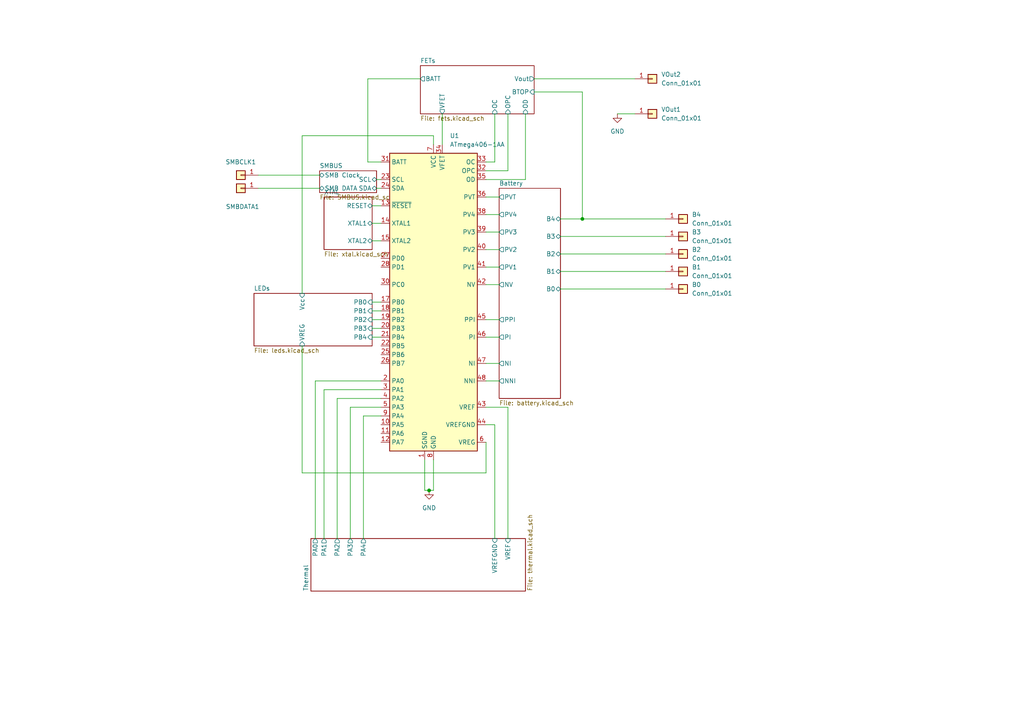
<source format=kicad_sch>
(kicad_sch (version 20231120) (generator "eeschema") (generator_version "8.0")
  (paper "A4")
  (lib_symbols
    (symbol "Connector_Generic:Conn_01x01" (pin_names (offset 1.016) hide)
      (property "Reference" "J" (at 0 2.54 0))
      (property "Value" "Conn_01x01" (at 0 -2.54 0))
      (symbol "Conn_01x01_1_1"
        (rectangle (start -1.27 0.127) (end 0 -0.127) (stroke (width 0.1524)))
        (rectangle (start -1.27 1.27) (end 1.27 -1.27) (stroke (width 0.254)) (fill (type background)))
        (pin passive line (at -5.08 0 0) (length 3.81) (name "Pin_1") (number "1"))
      )
    )
    (symbol "MCU_Microchip_ATmega:ATmega406-1AA"
      (property "Reference" "U" (at -12.7 44.45 0))
      (property "Value" "ATmega406-1AA" (at 2.54 -44.45 0))
      (symbol "ATmega406-1AA_1_1"
        (rectangle (start -12.7 43.18) (end 12.7 -43.18) (stroke (width 0.254)) (fill (type background)))
        (pin power_in line (at -2.54 -45.72 90) (length 2.54) (name "SGND") (number "1"))
        (pin bidirectional line (at -15.24 -35.56 0) (length 2.54) (name "PA5") (number "10"))
        (pin bidirectional line (at -15.24 -38.1 0) (length 2.54) (name "PA6") (number "11"))
        (pin bidirectional line (at -15.24 -40.64 0) (length 2.54) (name "PA7") (number "12"))
        (pin input line (at -15.24 27.94 0) (length 2.54) (name "~{RESET}") (number "13"))
        (pin input line (at -15.24 22.86 0) (length 2.54) (name "XTAL1") (number "14"))
        (pin output line (at -15.24 17.78 0) (length 2.54) (name "XTAL2") (number "15"))
        (pin passive line (at 0 -45.72 90) (length 2.54) hide (name "GND") (number "16"))
        (pin bidirectional line (at -15.24 0 0) (length 2.54) (name "PB0") (number "17"))
        (pin bidirectional line (at -15.24 -2.54 0) (length 2.54) (name "PB1") (number "18"))
        (pin bidirectional line (at -15.24 -5.08 0) (length 2.54) (name "PB2") (number "19"))
        (pin bidirectional line (at -15.24 -22.86 0) (length 2.54) (name "PA0") (number "2"))
        (pin bidirectional line (at -15.24 -7.62 0) (length 2.54) (name "PB3") (number "20"))
        (pin bidirectional line (at -15.24 -10.16 0) (length 2.54) (name "PB4") (number "21"))
        (pin bidirectional line (at -15.24 -12.7 0) (length 2.54) (name "PB5") (number "22"))
        (pin input line (at -15.24 35.56 0) (length 2.54) (name "SCL") (number "23"))
        (pin bidirectional line (at -15.24 33.02 0) (length 2.54) (name "SDA") (number "24"))
        (pin bidirectional line (at -15.24 -15.24 0) (length 2.54) (name "PB6") (number "25"))
        (pin bidirectional line (at -15.24 -17.78 0) (length 2.54) (name "PB7") (number "26"))
        (pin bidirectional line (at -15.24 12.7 0) (length 2.54) (name "PD0") (number "27"))
        (pin bidirectional line (at -15.24 10.16 0) (length 2.54) (name "PD1") (number "28"))
        (pin passive line (at 0 -45.72 90) (length 2.54) hide (name "GND") (number "29"))
        (pin bidirectional line (at -15.24 -25.4 0) (length 2.54) (name "PA1") (number "3"))
        (pin open_collector line (at -15.24 5.08 0) (length 2.54) (name "PC0") (number "30"))
        (pin input line (at -15.24 40.64 0) (length 2.54) (name "BATT") (number "31"))
        (pin output line (at 15.24 38.1 180) (length 2.54) (name "OPC") (number "32"))
        (pin output line (at 15.24 40.64 180) (length 2.54) (name "OC") (number "33"))
        (pin power_in line (at 2.54 45.72 270) (length 2.54) (name "VFET") (number "34"))
        (pin output line (at 15.24 35.56 180) (length 2.54) (name "OD") (number "35"))
        (pin input line (at 15.24 30.48 180) (length 2.54) (name "PVT") (number "36"))
        (pin passive line (at 0 -45.72 90) (length 2.54) hide (name "GND") (number "37"))
        (pin input line (at 15.24 25.4 180) (length 2.54) (name "PV4") (number "38"))
        (pin input line (at 15.24 20.32 180) (length 2.54) (name "PV3") (number "39"))
        (pin bidirectional line (at -15.24 -27.94 0) (length 2.54) (name "PA2") (number "4"))
        (pin input line (at 15.24 15.24 180) (length 2.54) (name "PV2") (number "40"))
        (pin input line (at 15.24 10.16 180) (length 2.54) (name "PV1") (number "41"))
        (pin input line (at 15.24 5.08 180) (length 2.54) (name "NV") (number "42"))
        (pin passive line (at 15.24 -30.48 180) (length 2.54) (name "VREF") (number "43"))
        (pin passive line (at 15.24 -35.56 180) (length 2.54) (name "VREFGND") (number "44"))
        (pin input line (at 15.24 -5.08 180) (length 2.54) (name "PPI") (number "45"))
        (pin input line (at 15.24 -10.16 180) (length 2.54) (name "PI") (number "46"))
        (pin input line (at 15.24 -17.78 180) (length 2.54) (name "NI") (number "47"))
        (pin input line (at 15.24 -22.86 180) (length 2.54) (name "NNI") (number "48"))
        (pin bidirectional line (at -15.24 -30.48 0) (length 2.54) (name "PA3") (number "5"))
        (pin power_out line (at 15.24 -40.64 180) (length 2.54) (name "VREG") (number "6"))
        (pin power_in line (at 0 45.72 270) (length 2.54) (name "VCC") (number "7"))
        (pin power_in line (at 0 -45.72 90) (length 2.54) (name "GND") (number "8"))
        (pin bidirectional line (at -15.24 -33.02 0) (length 2.54) (name "PA4") (number "9"))
      )
    )
    (symbol "power:GND" (power) (pin_names (offset 0))
      (property "Value" "GND" (at 0 -3.81 0))
      (symbol "GND_0_1"
        (polyline (pts (xy 0 0) (xy 0 -1.27) (xy 1.27 -1.27) (xy 0 -2.54) (xy -1.27 -1.27) (xy 0 -1.27)))
      )
      (symbol "GND_1_1"
        (pin power_in line (at 0 0 270) (length 0) hide (name "GND") (number "1"))
      )
    )
  )
  (junction (at 168.91 63.5))
  (junction (at 124.46 142.24))
  (wire (pts (xy 105.41 156.21) (xy 105.41 120.65)))
  (wire (pts (xy 109.22 54.61) (xy 110.49 54.61)))
  (wire (pts (xy 140.97 137.16) (xy 140.97 128.27)))
  (wire (pts (xy 147.32 118.11) (xy 140.97 118.11)))
  (wire (pts (xy 162.56 83.82) (xy 193.04 83.82)))
  (wire (pts (xy 140.97 57.15) (xy 144.78 57.15)))
  (wire (pts (xy 107.95 95.25) (xy 110.49 95.25)))
  (wire (pts (xy 91.44 156.21) (xy 91.44 110.49)))
  (wire (pts (xy 140.97 62.23) (xy 144.78 62.23)))
  (wire (pts (xy 93.98 113.03) (xy 110.49 113.03)))
  (wire (pts (xy 87.63 39.37) (xy 125.73 39.37)))
  (wire (pts (xy 140.97 105.41) (xy 144.78 105.41)))
  (wire (pts (xy 140.97 92.71) (xy 144.78 92.71)))
  (wire (pts (xy 168.91 63.5) (xy 162.56 63.5)))
  (wire (pts (xy 147.32 33.02) (xy 147.32 49.53)))
  (wire (pts (xy 143.51 156.21) (xy 143.51 123.19)))
  (wire (pts (xy 123.19 142.24) (xy 124.46 142.24)))
  (wire (pts (xy 107.95 64.77) (xy 110.49 64.77)))
  (wire (pts (xy 179.07 33.02) (xy 184.15 33.02)))
  (wire (pts (xy 91.44 110.49) (xy 110.49 110.49)))
  (wire (pts (xy 162.56 68.58) (xy 193.04 68.58)))
  (wire (pts (xy 101.6 156.21) (xy 101.6 118.11)))
  (wire (pts (xy 128.27 33.02) (xy 128.27 41.91)))
  (wire (pts (xy 87.63 85.09) (xy 87.63 39.37)))
  (wire (pts (xy 168.91 26.67) (xy 168.91 63.5)))
  (wire (pts (xy 152.4 33.02) (xy 152.4 52.07)))
  (wire (pts (xy 109.22 52.07) (xy 110.49 52.07)))
  (wire (pts (xy 140.97 72.39) (xy 144.78 72.39)))
  (wire (pts (xy 106.68 46.99) (xy 106.68 22.86)))
  (wire (pts (xy 125.73 142.24) (xy 124.46 142.24)))
  (wire (pts (xy 110.49 46.99) (xy 106.68 46.99)))
  (wire (pts (xy 140.97 110.49) (xy 144.78 110.49)))
  (wire (pts (xy 152.4 52.07) (xy 140.97 52.07)))
  (wire (pts (xy 93.98 156.21) (xy 93.98 113.03)))
  (wire (pts (xy 107.95 92.71) (xy 110.49 92.71)))
  (wire (pts (xy 106.68 22.86) (xy 121.92 22.86)))
  (wire (pts (xy 147.32 156.21) (xy 147.32 118.11)))
  (wire (pts (xy 105.41 120.65) (xy 110.49 120.65)))
  (wire (pts (xy 143.51 46.99) (xy 140.97 46.99)))
  (wire (pts (xy 107.95 97.79) (xy 110.49 97.79)))
  (wire (pts (xy 97.79 156.21) (xy 97.79 115.57)))
  (wire (pts (xy 140.97 82.55) (xy 144.78 82.55)))
  (wire (pts (xy 107.95 87.63) (xy 110.49 87.63)))
  (wire (pts (xy 143.51 123.19) (xy 140.97 123.19)))
  (wire (pts (xy 147.32 49.53) (xy 140.97 49.53)))
  (wire (pts (xy 123.19 133.35) (xy 123.19 142.24)))
  (wire (pts (xy 87.63 100.33) (xy 87.63 137.16)))
  (wire (pts (xy 101.6 118.11) (xy 110.49 118.11)))
  (wire (pts (xy 107.95 59.69) (xy 110.49 59.69)))
  (wire (pts (xy 92.71 54.61) (xy 74.93 54.61)))
  (wire (pts (xy 74.93 50.8) (xy 92.71 50.8)))
  (wire (pts (xy 162.56 78.74) (xy 193.04 78.74)))
  (wire (pts (xy 143.51 33.02) (xy 143.51 46.99)))
  (wire (pts (xy 107.95 90.17) (xy 110.49 90.17)))
  (wire (pts (xy 140.97 77.47) (xy 144.78 77.47)))
  (wire (pts (xy 140.97 67.31) (xy 144.78 67.31)))
  (wire (pts (xy 125.73 39.37) (xy 125.73 41.91)))
  (wire (pts (xy 107.95 69.85) (xy 110.49 69.85)))
  (wire (pts (xy 154.94 26.67) (xy 168.91 26.67)))
  (wire (pts (xy 154.94 22.86) (xy 184.15 22.86)))
  (wire (pts (xy 97.79 115.57) (xy 110.49 115.57)))
  (wire (pts (xy 125.73 133.35) (xy 125.73 142.24)))
  (wire (pts (xy 168.91 63.5) (xy 193.04 63.5)))
  (wire (pts (xy 87.63 137.16) (xy 140.97 137.16)))
  (wire (pts (xy 140.97 97.79) (xy 144.78 97.79)))
  (wire (pts (xy 162.56 73.66) (xy 193.04 73.66)))
  (symbol (lib_id "power:GND") (at 179.07 33.02 0) (unit 1)
    (property "Reference" "#PWR06" (effects (hide yes)))
    (property "Value" "GND" (at 179.07 38.1 0))
    (property "Description" "Power symbol creates a global label with name \"GND\" , ground" (effects (hide yes)))
  )
  (symbol (lib_id "Connector_Generic:Conn_01x01") (at 69.85 54.61 180) (unit 1)
    (property "Reference" "SMBDATA1" (at 70.358 59.944 0))
    (property "Value" "Conn_01x01" (effects (hide yes)))
    (property "Footprint" "Connector_Wire:SolderWire-0.1sqmm_1x01_D0.4mm_OD1mm" (effects (hide yes)))
    (property "Description" "Generic connector, single row, 01x01, script generated (kicad-library-utils/schlib/autogen/connector/)" (effects (hide yes)))
  )
  (symbol (lib_id "Connector_Generic:Conn_01x01") (at 198.12 83.82 0) (unit 1)
    (property "Reference" "B0" (at 200.66 82.5499 0) (effects (justify left)))
    (property "Value" "Conn_01x01" (at 200.66 85.0899 0) (effects (justify left)))
    (property "Footprint" "Connector_Wire:SolderWire-0.1sqmm_1x01_D0.4mm_OD1mm" (effects (hide yes)))
    (property "Description" "Generic connector, single row, 01x01, script generated (kicad-library-utils/schlib/autogen/connector/)" (effects (hide yes)))
  )
  (symbol (lib_id "Connector_Generic:Conn_01x01") (at 69.85 50.8 180) (unit 1)
    (property "Reference" "SMBCLK1" (at 69.85 46.99 0))
    (property "Value" "Conn_01x01" (effects (hide yes)))
    (property "Footprint" "Connector_Wire:SolderWire-0.1sqmm_1x01_D0.4mm_OD1mm" (effects (hide yes)))
    (property "Description" "Generic connector, single row, 01x01, script generated (kicad-library-utils/schlib/autogen/connector/)" (effects (hide yes)))
  )
  (symbol (lib_id "Connector_Generic:Conn_01x01") (at 198.12 68.58 0) (unit 1)
    (property "Reference" "B3" (at 200.66 67.3099 0) (effects (justify left)))
    (property "Value" "Conn_01x01" (at 200.66 69.8499 0) (effects (justify left)))
    (property "Footprint" "Connector_Wire:SolderWire-0.1sqmm_1x01_D0.4mm_OD1mm" (effects (hide yes)))
    (property "Description" "Generic connector, single row, 01x01, script generated (kicad-library-utils/schlib/autogen/connector/)" (effects (hide yes)))
  )
  (symbol (lib_id "Connector_Generic:Conn_01x01") (at 189.23 22.86 0) (unit 1)
    (property "Reference" "VOut2" (at 191.77 21.5899 0) (effects (justify left)))
    (property "Value" "Conn_01x01" (at 191.77 24.1299 0) (effects (justify left)))
    (property "Footprint" "Connector_Wire:SolderWire-0.1sqmm_1x01_D0.4mm_OD1mm" (effects (hide yes)))
    (property "Description" "Generic connector, single row, 01x01, script generated (kicad-library-utils/schlib/autogen/connector/)" (effects (hide yes)))
  )
  (symbol (lib_id "MCU_Microchip_ATmega:ATmega406-1AA") (at 125.73 87.63 0) (unit 1)
    (property "Reference" "U1" (at 130.4641 39.37 0) (effects (justify left)))
    (property "Value" "ATmega406-1AA" (at 130.4641 41.91 0) (effects (justify left)))
    (property "Footprint" "Package_QFP:LQFP-48_7x7mm_P0.5mm" (effects (hide yes)))
    (property "Datasheet" "http://ww1.microchip.com/downloads/en/DeviceDoc/Atmel-2548-8-bit-AVR-Microcontroller-Battery-Management-ATmega406_Datasheet.pdf" (effects (hide yes)))
    (property "Description" "1MHz, 40kB Flash, 2kB SRAM, 512B EEPROM, JTAG, LQFP-48" (effects (hide yes)))
  )
  (symbol (lib_id "power:GND") (at 124.46 142.24 0) (unit 1)
    (property "Reference" "#PWR02" (effects (hide yes)))
    (property "Value" "GND" (at 124.46 147.32 0))
    (property "Description" "Power symbol creates a global label with name \"GND\" , ground" (effects (hide yes)))
  )
  (symbol (lib_id "Connector_Generic:Conn_01x01") (at 198.12 63.5 0) (unit 1)
    (property "Reference" "B4" (at 200.66 62.2299 0) (effects (justify left)))
    (property "Value" "Conn_01x01" (at 200.66 64.7699 0) (effects (justify left)))
    (property "Footprint" "Connector_Wire:SolderWire-0.1sqmm_1x01_D0.4mm_OD1mm" (effects (hide yes)))
    (property "Description" "Generic connector, single row, 01x01, script generated (kicad-library-utils/schlib/autogen/connector/)" (effects (hide yes)))
  )
  (symbol (lib_id "Connector_Generic:Conn_01x01") (at 198.12 78.74 0) (unit 1)
    (property "Reference" "B1" (at 200.66 77.4699 0) (effects (justify left)))
    (property "Value" "Conn_01x01" (at 200.66 80.0099 0) (effects (justify left)))
    (property "Footprint" "Connector_Wire:SolderWire-0.1sqmm_1x01_D0.4mm_OD1mm" (effects (hide yes)))
    (property "Description" "Generic connector, single row, 01x01, script generated (kicad-library-utils/schlib/autogen/connector/)" (effects (hide yes)))
  )
  (symbol (lib_id "Connector_Generic:Conn_01x01") (at 198.12 73.66 0) (unit 1)
    (property "Reference" "B2" (at 200.66 72.3899 0) (effects (justify left)))
    (property "Value" "Conn_01x01" (at 200.66 74.9299 0) (effects (justify left)))
    (property "Footprint" "Connector_Wire:SolderWire-0.1sqmm_1x01_D0.4mm_OD1mm" (effects (hide yes)))
    (property "Description" "Generic connector, single row, 01x01, script generated (kicad-library-utils/schlib/autogen/connector/)" (effects (hide yes)))
  )
  (symbol (lib_id "Connector_Generic:Conn_01x01") (at 189.23 33.02 0) (unit 1)
    (property "Reference" "VOut1" (at 191.77 31.7499 0) (effects (justify left)))
    (property "Value" "Conn_01x01" (at 191.77 34.2899 0) (effects (justify left)))
    (property "Footprint" "Connector_Wire:SolderWire-0.1sqmm_1x01_D0.4mm_OD1mm" (effects (hide yes)))
    (property "Description" "Generic connector, single row, 01x01, script generated (kicad-library-utils/schlib/autogen/connector/)" (effects (hide yes)))
  )
  (sheet (at 90.17 156.21) (size 62.23 15.24) (stroke (width 0.1524))
    (property "Sheetname" "Thermal" (at 89.4584 171.45 90) (effects (justify left bottom)))
    (property "Sheetfile" "thermal.kicad_sch" (at 152.9846 171.45 90) (effects (justify left top)))
    (pin "PA4" output (at 105.41 156.21 90))
    (pin "PA3" output (at 101.6 156.21 90))
    (pin "PA2" output (at 97.79 156.21 90))
    (pin "PA1" output (at 93.98 156.21 90))
    (pin "VREF" input (at 147.32 156.21 90))
    (pin "VREFGND" input (at 143.51 156.21 90))
    (pin "PA0" output (at 91.44 156.21 90))
  )
  (sheet (at 73.66 85.09) (size 34.29 15.24) (stroke (width 0.1524))
    (property "Sheetname" "LEDs" (at 73.66 84.3784 0) (effects (justify left bottom)))
    (property "Sheetfile" "leds.kicad_sch" (at 73.66 100.9146 0) (effects (justify left top)))
    (pin "PB2" input (at 107.95 92.71 0))
    (pin "PB3" input (at 107.95 95.25 0))
    (pin "PB1" input (at 107.95 90.17 0))
    (pin "PB0" input (at 107.95 87.63 0))
    (pin "PB4" input (at 107.95 97.79 0))
    (pin "Vcc" input (at 87.63 85.09 90))
    (pin "VREG" input (at 87.63 100.33 270))
  )
  (sheet (at 93.98 57.15) (size 13.97 15.24) (stroke (width 0.1524))
    (property "Sheetname" "XTAL" (at 93.98 56.4384 0) (effects (justify left bottom)))
    (property "Sheetfile" "xtal.kicad_sch" (at 93.98 72.9746 0) (effects (justify left top)))
    (pin "RESET" bidirectional (at 107.95 59.69 0))
    (pin "XTAL2" bidirectional (at 107.95 69.85 0))
    (pin "XTAL1" bidirectional (at 107.95 64.77 0))
  )
  (sheet (at 144.78 54.61) (size 17.78 60.96) (stroke (width 0.1524))
    (property "Sheetname" "Battery" (at 144.78 53.8984 0) (effects (justify left bottom)))
    (property "Sheetfile" "battery.kicad_sch" (at 144.78 116.1546 0) (effects (justify left top)))
    (pin "PVT" output (at 144.78 57.15 180))
    (pin "PV4" output (at 144.78 62.23 180))
    (pin "PV3" output (at 144.78 67.31 180))
    (pin "PV2" output (at 144.78 72.39 180))
    (pin "PV1" output (at 144.78 77.47 180))
    (pin "B0" bidirectional (at 162.56 83.82 0))
    (pin "B1" bidirectional (at 162.56 78.74 0))
    (pin "NV" output (at 144.78 82.55 180))
    (pin "PPI" output (at 144.78 92.71 180))
    (pin "B2" bidirectional (at 162.56 73.66 0))
    (pin "B3" bidirectional (at 162.56 68.58 0))
    (pin "B4" bidirectional (at 162.56 63.5 0))
    (pin "PI" output (at 144.78 97.79 180))
    (pin "NI" output (at 144.78 105.41 180))
    (pin "NNI" output (at 144.78 110.49 180))
  )
  (sheet (at 92.71 49.53) (size 16.51 6.35) (stroke (width 0.1524))
    (property "Sheetname" "SMBUS" (at 92.71 48.8184 0) (effects (justify left bottom)))
    (property "Sheetfile" "SMBUS.kicad_sch" (at 92.71 56.4646 0) (effects (justify left top)))
    (pin "SDA" bidirectional (at 109.22 54.61 0))
    (pin "SCL" bidirectional (at 109.22 52.07 0))
    (pin "SMB DATA" bidirectional (at 92.71 54.61 180))
    (pin "SMB Clock" bidirectional (at 92.71 50.8 180))
  )
  (sheet (at 121.92 19.05) (size 33.02 13.97) (stroke (width 0.1524))
    (property "Sheetname" "FETs" (at 121.92 18.3384 0) (effects (justify left bottom)))
    (property "Sheetfile" "fets.kicad_sch" (at 121.92 33.6046 0) (effects (justify left top)))
    (pin "Vout" output (at 154.94 22.86 0))
    (pin "VFET" output (at 128.27 33.02 270))
    (pin "BATT" output (at 121.92 22.86 180))
    (pin "OD" input (at 152.4 33.02 270))
    (pin "BTOP" input (at 154.94 26.67 0))
    (pin "OC" input (at 143.51 33.02 270))
    (pin "OPC" input (at 147.32 33.02 270))
  )
)
</source>
